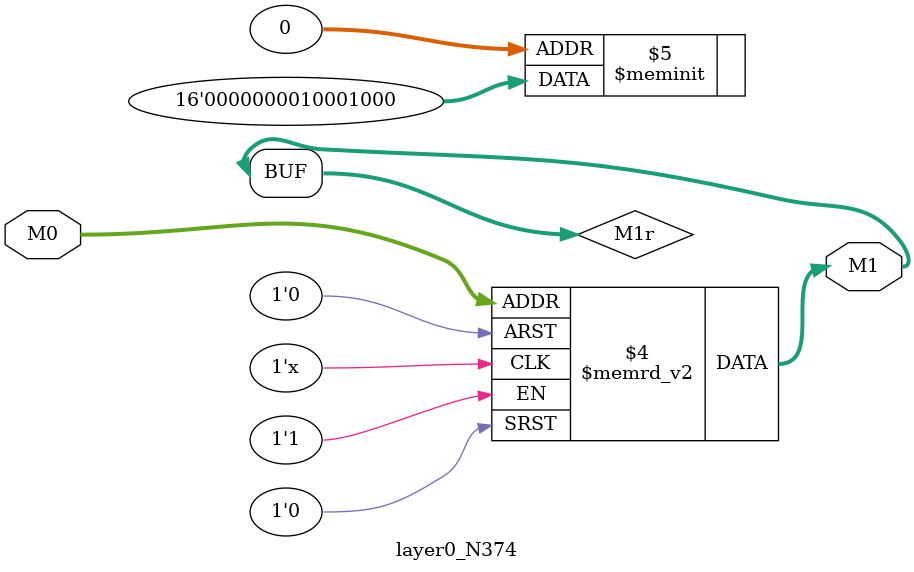
<source format=v>
module layer0_N374 ( input [2:0] M0, output [1:0] M1 );

	(*rom_style = "distributed" *) reg [1:0] M1r;
	assign M1 = M1r;
	always @ (M0) begin
		case (M0)
			3'b000: M1r = 2'b00;
			3'b100: M1r = 2'b00;
			3'b010: M1r = 2'b00;
			3'b110: M1r = 2'b00;
			3'b001: M1r = 2'b10;
			3'b101: M1r = 2'b00;
			3'b011: M1r = 2'b10;
			3'b111: M1r = 2'b00;

		endcase
	end
endmodule

</source>
